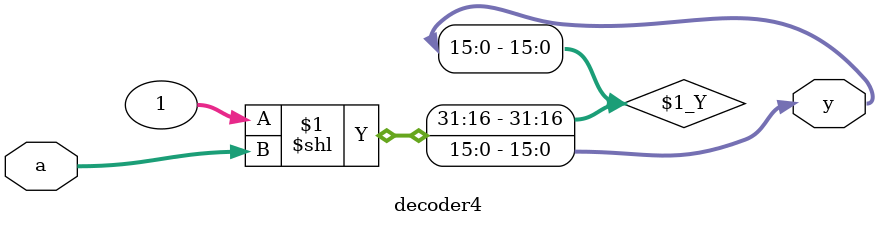
<source format=v>

`timescale 1ns/1ns

module decoder4(a, y);
input [3:0] a;
output [15:0] y;
assign y = 1 << a;

endmodule
</source>
